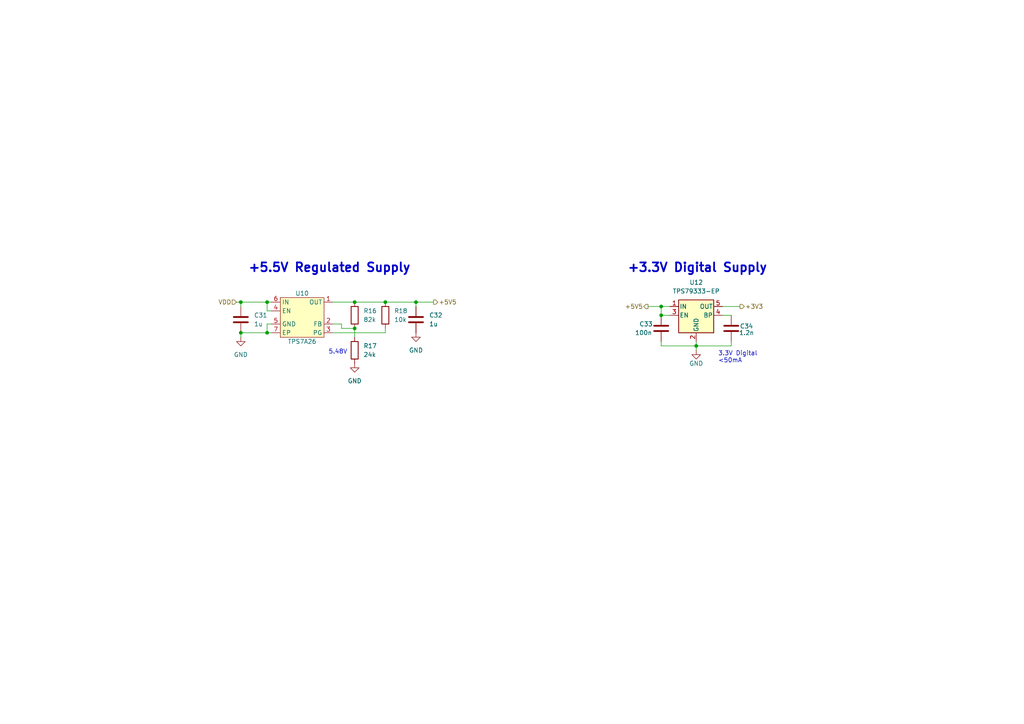
<source format=kicad_sch>
(kicad_sch (version 20250114) (generator "eeschema") (generator_version "9.0")
  (paper "A4")
  (title_block (title "FRX schematic") (date "2024-07-01") (rev "3") (company "Caltech") (comment 1 "Kiran Shila") (comment 2 "Drawing ASP-410") (comment 3 "DSA2000"))
  (lib_symbols
    (symbol "DSA2K:TPS7A26"
      (property "Reference" "U" (at 0 6.35 0))
      (property "Value" "TPS7A26" (at 0 -7.62 0))
      (symbol "TPS7A26_0_0"
        (text "" (at -1.27 24.13 0) (effects (font (size 1.27 1.27))))
        (pin power_in line (at -8.89 3.81 0) (length 2.54) (name "IN") (number "6"))
        (pin input line (at -8.89 1.27 0) (length 2.54) (name "EN") (number "4"))
        (pin power_in line (at -8.89 -2.54 0) (length 2.54) (name "GND") (number "5"))
        (pin power_out line (at 8.89 3.81 180) (length 2.54) (name "OUT") (number "1"))
        (pin passive line (at 8.89 -2.54 180) (length 2.54) (name "FB") (number "2"))
        (pin open_collector line (at 8.89 -5.08 180) (length 2.54) (name "PG") (number "3"))
      )
      (symbol "TPS7A26_1_0"
        (pin power_in line (at -8.89 -5.08 0) (length 2.54) (name "EP") (number "7"))
      )
      (symbol "TPS7A26_1_1"
        (rectangle (start -6.35 5.08) (end 6.35 -6.35) (fill (type background)))
      )
    )
    (symbol "Device:C" (pin_numbers (hide yes)) (pin_names (offset 0.254))
      (property "Reference" "C" (at 0.635 2.54 0))
      (property "Value" "C" (at 0.635 -2.54 0))
      (symbol "C_0_1"
        (polyline (pts (xy -2.032 0.762) (xy 2.032 0.762)) (stroke (width 0.508)))
        (polyline (pts (xy -2.032 -0.762) (xy 2.032 -0.762)) (stroke (width 0.508)))
      )
      (symbol "C_1_1"
        (pin passive line (at 0 3.81 270) (length 2.794) (name "~") (number "1"))
        (pin passive line (at 0 -3.81 90) (length 2.794) (name "~") (number "2"))
      )
    )
    (symbol "Device:R" (pin_numbers (hide yes)) (pin_names (offset 0))
      (property "Reference" "R" (at 2.032 0 90))
      (property "Value" "R" (at 0 0 90))
      (symbol "R_0_1"
        (rectangle (start -1.016 -2.54) (end 1.016 2.54) (stroke (width 0.254)))
      )
      (symbol "R_1_1"
        (pin passive line (at 0 3.81 270) (length 1.27) (name "~") (number "1"))
        (pin passive line (at 0 -3.81 90) (length 1.27) (name "~") (number "2"))
      )
    )
    (symbol "Regulator_Linear:TPS79333-EP" (pin_names (offset 0.254))
      (property "Reference" "U" (at -3.81 5.715 0))
      (property "Value" "TPS79333-EP" (at 0 5.715 0))
      (symbol "TPS79333-EP_1_1"
        (rectangle (start 5.08 -5.08) (end -5.08 4.445) (stroke (width 0.254)) (fill (type background)))
        (pin power_in line (at -7.62 2.54 0) (length 2.54) (name "IN") (number "1"))
        (pin input line (at -7.62 0 0) (length 2.54) (name "EN") (number "3"))
        (pin power_in line (at 0 -7.62 90) (length 2.54) (name "GND") (number "2"))
        (pin power_out line (at 7.62 2.54 180) (length 2.54) (name "OUT") (number "5"))
        (pin bidirectional line (at 7.62 0 180) (length 2.54) (name "BP") (number "4"))
      )
    )
    (symbol "power:GND" (power) (pin_numbers (hide yes)) (pin_names (offset 0) (hide yes))
      (property "Value" "GND" (at 0 -3.81 0))
      (symbol "GND_0_1"
        (polyline (pts (xy 0 0) (xy 0 -1.27) (xy 1.27 -1.27) (xy 0 -2.54) (xy -1.27 -1.27) (xy 0 -1.27)))
      )
      (symbol "GND_1_1"
        (pin power_in line (at 0 0 270) (length 0) (name "~") (number "1"))
      )
    )
  )
  (text "+3.3V Digital Supply" (at 181.864 79.248 0) (effects (font (size 2.54 2.54) (thickness 0.508) (bold yes)) (justify left bottom)))
  (text "3.3V Digital\n<50mA\n" (at 208.28 105.41 0) (effects (font (size 1.27 1.27)) (justify left bottom)))
  (text "5.48V" (at 95.25 102.87 0) (effects (font (size 1.27 1.27)) (justify left bottom)))
  (text "+5.5V Regulated Supply" (at 71.882 79.248 0) (effects (font (size 2.54 2.54) (thickness 0.508) (bold yes)) (justify left bottom)))
  (junction (at 102.87 87.63))
  (junction (at 77.47 96.52))
  (junction (at 191.77 88.9))
  (junction (at 191.77 91.44))
  (junction (at 69.85 96.52))
  (junction (at 201.93 100.33))
  (junction (at 77.47 87.63))
  (junction (at 120.65 87.63))
  (junction (at 69.85 87.63))
  (junction (at 102.87 95.25))
  (junction (at 111.76 87.63))
  (wire (pts (xy 120.65 87.63) (xy 120.65 88.9)))
  (wire (pts (xy 111.76 87.63) (xy 120.65 87.63)))
  (wire (pts (xy 77.47 87.63) (xy 78.74 87.63)))
  (wire (pts (xy 102.87 95.25) (xy 102.87 97.79)))
  (wire (pts (xy 191.77 99.06) (xy 191.77 100.33)))
  (wire (pts (xy 78.74 96.52) (xy 77.47 96.52)))
  (wire (pts (xy 77.47 96.52) (xy 69.85 96.52)))
  (wire (pts (xy 191.77 100.33) (xy 201.93 100.33)))
  (wire (pts (xy 209.55 88.9) (xy 214.63 88.9)))
  (wire (pts (xy 111.76 95.25) (xy 111.76 96.52)))
  (wire (pts (xy 102.87 87.63) (xy 96.52 87.63)))
  (wire (pts (xy 102.87 87.63) (xy 111.76 87.63)))
  (wire (pts (xy 78.74 93.98) (xy 77.47 93.98)))
  (wire (pts (xy 191.77 91.44) (xy 191.77 88.9)))
  (wire (pts (xy 69.85 87.63) (xy 77.47 87.63)))
  (wire (pts (xy 77.47 93.98) (xy 77.47 96.52)))
  (wire (pts (xy 96.52 93.98) (xy 99.06 93.98)))
  (wire (pts (xy 187.96 88.9) (xy 191.77 88.9)))
  (wire (pts (xy 120.65 87.63) (xy 125.73 87.63)))
  (wire (pts (xy 191.77 88.9) (xy 194.31 88.9)))
  (wire (pts (xy 77.47 90.17) (xy 77.47 87.63)))
  (wire (pts (xy 201.93 100.33) (xy 212.09 100.33)))
  (wire (pts (xy 78.74 90.17) (xy 77.47 90.17)))
  (wire (pts (xy 191.77 91.44) (xy 194.31 91.44)))
  (wire (pts (xy 111.76 96.52) (xy 96.52 96.52)))
  (wire (pts (xy 68.58 87.63) (xy 69.85 87.63)))
  (wire (pts (xy 212.09 99.06) (xy 212.09 100.33)))
  (wire (pts (xy 201.93 99.06) (xy 201.93 100.33)))
  (wire (pts (xy 99.06 95.25) (xy 102.87 95.25)))
  (wire (pts (xy 69.85 96.52) (xy 69.85 97.79)))
  (wire (pts (xy 69.85 87.63) (xy 69.85 88.9)))
  (wire (pts (xy 99.06 93.98) (xy 99.06 95.25)))
  (wire (pts (xy 212.09 91.44) (xy 209.55 91.44)))
  (wire (pts (xy 201.93 100.33) (xy 201.93 101.6)))
  (hierarchical_label "+5V5" (shape output) (at 187.96 88.9 180))
  (hierarchical_label "+5V5" (shape output) (at 125.73 87.63 0))
  (hierarchical_label "+3V3" (shape output) (at 214.63 88.9 0))
  (hierarchical_label "VDD" (shape input) (at 68.58 87.63 180))
  (symbol (lib_id "Device:C") (at 191.77 95.25 0) (unit 1)
    (property "Reference" "C33" (at 185.42 93.98 0) (effects (justify left)))
    (property "Value" "100n" (at 184.15 96.52 0) (effects (justify left)))
    (property "Footprint" "Capacitor_SMD:C_0402_1005Metric" (effects (hide yes)))
    (property "Description" "Unpolarized capacitor" (effects (hide yes)))
    (property "MPN" "CL05B104KP5NNNC" (effects (hide yes)))
    (instances (project "frx" (path "" (reference "C33") (unit 1))) (project "fiber-receiver" (path "" (reference "C?") (unit 1)) (path "" (reference "C?") (unit 1))) (project "ftx" (path "" (reference "C40") (unit 1))) (project "FiberTransmitter" (path "" (reference "C?") (unit 1)) (path "" (reference "C?") (unit 1)) (path "" (reference "C?") (unit 1))))
  )
  (symbol (lib_id "DSA2K:TPS7A26") (at 87.63 91.44 0) (unit 1)
    (property "Reference" "U10" (at 87.63 85.09 0))
    (property "Value" "TPS7A26" (at 87.63 99.06 0))
    (property "Footprint" "Package_SON:WSON-6-1EP_2x2mm_P0.65mm_EP1x1.6mm" (effects (hide yes)))
    (property "Datasheet" "https://www.ti.com/lit/ds/symlink/tps7a26.pdf?HQS=dis-dk-null-digikeymode-dsf-pf-null-wwe&ts=1697651079181" (effects (hide yes)))
    (property "Description" "500-mA, 18-V, Ultra-Low IQ, Low-Dropout Linear Voltage Regulator With Power-Good" (effects (hide yes)))
    (property "MPN" "TPS7A2601DRVR" (effects (hide yes)))
    (instances (project "frx" (path "" (reference "U10") (unit 1))) (project "ftx" (path "" (reference "U16") (unit 1))))
  )
  (symbol (lib_id "power:GND") (at 69.85 97.79 0) (unit 1)
    (property "Reference" "#PWR044" (effects (hide yes)))
    (property "Value" "GND" (at 69.85 102.87 0))
    (property "Description" "Power symbol creates a global label with name \"GND\" , ground" (effects (hide yes)))
    (instances (project "frx" (path "" (reference "#PWR044") (unit 1))) (project "ftx" (path "" (reference "#PWR055") (unit 1))))
  )
  (symbol (lib_id "power:GND") (at 102.87 105.41 0) (unit 1)
    (property "Reference" "#PWR045" (effects (hide yes)))
    (property "Value" "GND" (at 102.87 110.49 0))
    (property "Description" "Power symbol creates a global label with name \"GND\" , ground" (effects (hide yes)))
    (instances (project "frx" (path "" (reference "#PWR045") (unit 1))) (project "ftx" (path "" (reference "#PWR057") (unit 1))))
  )
  (symbol (lib_id "Device:C") (at 120.65 92.71 0) (unit 1)
    (property "Reference" "C32" (at 124.46 91.44 0) (effects (justify left)))
    (property "Value" "1u" (at 124.46 93.98 0) (effects (justify left)))
    (property "Footprint" "Capacitor_SMD:C_0603_1608Metric" (effects (hide yes)))
    (property "Description" "Unpolarized capacitor" (effects (hide yes)))
    (property "MPN" "CL10A105KA8NNNC" (effects (hide yes)))
    (instances (project "frx" (path "" (reference "C32") (unit 1))) (project "ftx" (path "" (reference "C35") (unit 1))))
  )
  (symbol (lib_id "Device:R") (at 111.76 91.44 180) (unit 1)
    (property "Reference" "R18" (at 114.3 90.17 0) (effects (justify right)))
    (property "Value" "10k" (at 114.3 92.71 0) (effects (justify right)))
    (property "Footprint" "Resistor_SMD:R_0402_1005Metric" (effects (hide yes)))
    (property "Description" "Resistor" (effects (hide yes)))
    (property "MPN" "RC0402FR-0710KL" (effects (hide yes)))
    (instances (project "frx" (path "" (reference "R18") (unit 1))) (project "ftx" (path "" (reference "R35") (unit 1)) (path "" (reference "R?") (unit 1))) (project "FiberTransmitter" (path "" (reference "R?") (unit 1))))
  )
  (symbol (lib_id "power:GND") (at 201.93 101.6 0) (unit 1)
    (property "Reference" "#PWR048" (effects (hide yes)))
    (property "Value" "GND" (at 201.93 105.41 0))
    (property "Description" "Power symbol creates a global label with name \"GND\" , ground" (effects (hide yes)))
    (instances (project "frx" (path "" (reference "#PWR048") (unit 1))) (project "fiber-receiver" (path "" (reference "#PWR?") (unit 1))) (project "ftx" (path "" (reference "#PWR066") (unit 1))) (project "FiberTransmitter" (path "" (reference "#PWR?") (unit 1)) (path "" (reference "#PWR?") (unit 1))) (project "GreX Frontend" (path "" (reference "#PWR?") (unit 1))))
  )
  (symbol (lib_id "power:GND") (at 120.65 96.52 0) (unit 1)
    (property "Reference" "#PWR046" (effects (hide yes)))
    (property "Value" "GND" (at 120.65 101.6 0))
    (property "Description" "Power symbol creates a global label with name \"GND\" , ground" (effects (hide yes)))
    (instances (project "frx" (path "" (reference "#PWR046") (unit 1))) (project "ftx" (path "" (reference "#PWR059") (unit 1))))
  )
  (symbol (lib_id "Regulator_Linear:TPS79333-EP") (at 201.93 91.44 0) (unit 1)
    (property "Reference" "U12" (at 201.93 81.915 0))
    (property "Value" "TPS79333-EP" (at 201.93 84.455 0))
    (property "Footprint" "Package_TO_SOT_SMD:SOT-23-5" (effects (hide yes)))
    (property "Datasheet" "http://www.ti.com/lit/ds/symlink/tps79333-ep.pdf" (effects (hide yes)))
    (property "Description" "200mA UltraLow-Noise, High-Precision, Fast RF, Low Drop-out Voltage Regulator, Fixed Output 3.3V, SOT-23" (effects (hide yes)))
    (property "MPN" "TPS79333DBVR" (effects (hide yes)))
    (instances (project "frx" (path "" (reference "U12") (unit 1))) (project "fiber-receiver" (path "" (reference "U?") (unit 1))) (project "ftx" (path "" (reference "U19") (unit 1))) (project "FiberTransmitter" (path "" (reference "U?") (unit 1))))
  )
  (symbol (lib_id "Device:R") (at 102.87 101.6 0) (unit 1)
    (property "Reference" "R17" (at 105.41 100.33 0) (effects (justify left)))
    (property "Value" "24k" (at 105.41 102.87 0) (effects (justify left)))
    (property "Footprint" "Resistor_SMD:R_0402_1005Metric" (effects (hide yes)))
    (property "Description" "Resistor" (effects (hide yes)))
    (property "MPN" "RC0402FR-0724KL" (effects (hide yes)))
    (instances (project "frx" (path "" (reference "R17") (unit 1))) (project "ftx" (path "" (reference "R34") (unit 1))))
  )
  (symbol (lib_id "Device:C") (at 212.09 95.25 180) (unit 1)
    (property "Reference" "C34" (at 216.535 94.615 0))
    (property "Value" "1.2n" (at 216.535 96.52 0))
    (property "Footprint" "Capacitor_SMD:C_0603_1608Metric" (effects (hide yes)))
    (property "Description" "Unpolarized capacitor" (effects (hide yes)))
    (property "MPN" "GCM1885C1H122JA16D" (effects (hide yes)))
    (instances (project "frx" (path "" (reference "C34") (unit 1))) (project "fiber-receiver" (path "" (reference "C?") (unit 1)) (path "" (reference "C?") (unit 1))) (project "ftx" (path "" (reference "C42") (unit 1))) (project "FiberTransmitter" (path "" (reference "C?") (unit 1))))
  )
  (symbol (lib_id "Device:C") (at 69.85 92.71 0) (unit 1)
    (property "Reference" "C31" (at 73.66 91.44 0) (effects (justify left)))
    (property "Value" "1u" (at 73.66 93.98 0) (effects (justify left)))
    (property "Footprint" "Capacitor_SMD:C_0603_1608Metric" (effects (hide yes)))
    (property "Description" "Unpolarized capacitor" (effects (hide yes)))
    (property "MPN" "CL10A105KA8NNNC" (effects (hide yes)))
    (instances (project "frx" (path "" (reference "C31") (unit 1))) (project "ftx" (path "" (reference "C33") (unit 1))))
  )
  (symbol (lib_id "Device:R") (at 102.87 91.44 0) (unit 1)
    (property "Reference" "R16" (at 105.41 90.17 0) (effects (justify left)))
    (property "Value" "82k" (at 105.41 92.71 0) (effects (justify left)))
    (property "Footprint" "Resistor_SMD:R_0402_1005Metric" (effects (hide yes)))
    (property "Description" "Resistor" (effects (hide yes)))
    (property "MPN" "RC0402FR-0782KL" (effects (hide yes)))
    (instances (project "frx" (path "" (reference "R16") (unit 1))) (project "ftx" (path "" (reference "R33") (unit 1))))
  )
)
</source>
